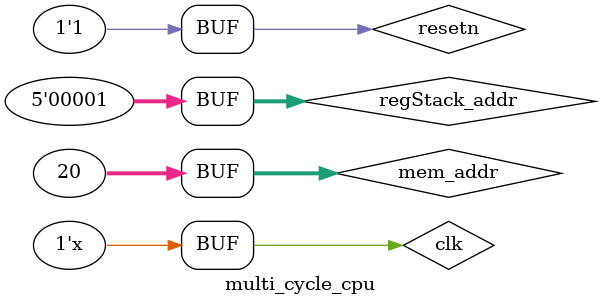
<source format=v>
`timescale 1ns / 1ps


module multi_cycle_cpu(

    );
    //cpuÊµÀýÔª¼þÊäÈë(input)
    reg clk;//Ê±ÖÓ
    reg resetn;//µÍµçÆ½ÓÐÐ§,ÖØÖÃÐÅºÅ
    reg[4:0] regStack_addr;//É¨Ãè¼Ä´æÆ÷¶Ñ¼Ä´æÆ÷±êºÅ
    reg[31:0] mem_addr;//¹Û²ìµÄÄÚ´æµØÖ·
    //cpuÊµÀýÔª¼þµÄÊä³ö(output)
    wire[31:0]   regStack_data ;//¼Ä´æÆ÷¶Ñ´Óµ÷ÊÔ¶Ë¿Ú¶Á³öµÄÊý¾Ý
    wire[31:0]   mem_data;//ÄÚ´æµØÖ·¶ÔÓ¦µÄÊý¾Ý
    wire[31:0]   IF_pc;//È¡Ö¸Ä£¿éµÄpcÖµ
    wire[31:0]   IF_inst;//È¡Ö¸Ä£¿éµÄÖ¸Áî
    wire[31:0]   ID_pc;//ÒëÂëÄ£¿éµÄpcÖµ
    wire[31:0]   EXE_pc;//Ö´ÐÐÄ£¿éµÄpcÖµ
    wire[31:0]   MEM_pc;//·Ã´æÄ£¿éµÄpcÖµ
    wire[31:0]   WB_pc;//Ð´»ØÄ£¿éµÄpcÖµ
    wire[31:0]   display_state;//µ±Ç°cpuµÄ×´Ì¬
    wire rf_wen;
    
    mult_clock_cpu_phy mult_cpu_module(
        .clk(clk),
        .resetn(resetn),
        .regStack_addr(regStack_addr),
        .regStack_data(regStack_data),
        .mem_addr(mem_addr),
        .mem_data(mem_data),
        .IF_pc(IF_pc),
        .IF_inst(IF_inst),
        .ID_pc(ID_pc),
        .EXE_pc(EXE_pc),
        .MEM_pc(MEM_pc),
        .WB_pc(WB_pc),
        .display_state(display_state),
        .rf_wen(rf_wen)
    );
    initial begin
           //Iinitial Inputs
           clk=0;
           resetn=0;
           //·ÂÕæÎÄ¼þÖÐÒªÏÔÊ¾µÄ¼Ä´æÆ÷ÖµºÍÄÚ´æÖµ
            regStack_addr=5'd01;
            mem_addr=32'h14;
       
           #100;
                resetn=1; 
            
                       
    end
    always #5 clk=~clk;
    
endmodule

</source>
